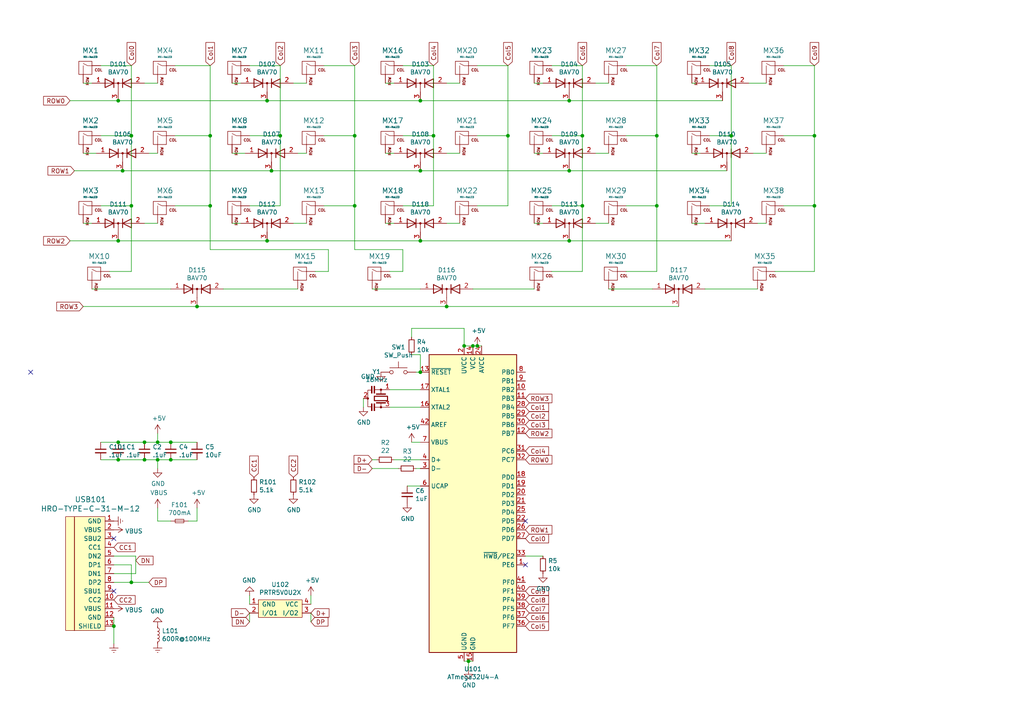
<source format=kicad_sch>
(kicad_sch (version 20230121) (generator eeschema)
  (paper "A4")
  (lib_symbols
    (symbol "Adalyn-rescue:HRO-TYPE-C-31-M-12-keebio" (pin_names (offset 1.016))
      (property "Reference" "USB" (at -5.08 16.51 0))
      (property "Value" "keebio_HRO-TYPE-C-31-M-12" (at -10.16 -1.27 90))
      (symbol "HRO-TYPE-C-31-M-12-keebio_1_1"
        (pin input line (at 2.54 13.97 180) (length 2.54) (name "GND") (number "1"))
        (pin input line (at 2.54 -8.89 180) (length 2.54) (name "CC2") (number "10"))
        (pin input line (at 2.54 -11.43 180) (length 2.54) (name "VBUS") (number "11"))
        (pin input line (at 2.54 -13.97 180) (length 2.54) (name "GND") (number "12"))
        (pin input line (at 2.54 -16.51 180) (length 2.54) (name "SHIELD") (number "13"))
        (pin input line (at 2.54 11.43 180) (length 2.54) (name "VBUS") (number "2"))
        (pin input line (at 2.54 8.89 180) (length 2.54) (name "SBU2") (number "3"))
        (pin input line (at 2.54 6.35 180) (length 2.54) (name "CC1") (number "4"))
        (pin input line (at 2.54 3.81 180) (length 2.54) (name "DN2") (number "5"))
        (pin input line (at 2.54 1.27 180) (length 2.54) (name "DP1") (number "6"))
        (pin input line (at 2.54 -1.27 180) (length 2.54) (name "DN1") (number "7"))
        (pin input line (at 2.54 -3.81 180) (length 2.54) (name "DP2") (number "8"))
        (pin input line (at 2.54 -6.35 180) (length 2.54) (name "SBU1") (number "9"))
      )
    )
    (symbol "Adalyn-rescue:MX-NoLED-MX_Alps_Hybrid" (pin_names (offset 1.016))
      (property "Reference" "MX" (at -0.635 3.81 0))
      (property "Value" "MX_Alps_Hybrid_MX-NoLED" (at -0.635 1.27 0))
      (symbol "MX-NoLED-MX_Alps_Hybrid_0_0"
        (text "COL" (at 3.175 0 0) (effects (font (size 0.762 0.762))))
        (text "ROW" (at 0 -1.905 900) (effects (font (size 0.762 0.762)) (justify right)))
      )
      (symbol "MX-NoLED-MX_Alps_Hybrid_1_1"
        (pin passive line (at 3.81 1.27 180) (length 2.54) (name "COL") (number "1"))
        (pin passive line (at -1.27 -3.81 90) (length 2.54) (name "ROW") (number "2"))
      )
    )
    (symbol "Adalyn-rescue:PRTR5V0U2X-keebio" (pin_names (offset 1.016))
      (property "Reference" "U" (at 0 7.62 0))
      (property "Value" "keebio_PRTR5V0U2X" (at 0 5.08 0))
      (symbol "PRTR5V0U2X-keebio_1_1"
        (pin input line (at -8.89 1.27 0) (length 2.54) (name "GND") (number "1"))
        (pin input line (at -8.89 -1.27 0) (length 2.54) (name "I/O1") (number "2"))
        (pin input line (at 8.89 -1.27 180) (length 2.54) (name "I/O2") (number "3"))
        (pin input line (at 8.89 1.27 180) (length 2.54) (name "VCC") (number "4"))
      )
    )
    (symbol "Device:C_Small" (pin_numbers hide) (pin_names (offset 0.254) hide)
      (property "Reference" "C" (at 0.254 1.778 0))
      (property "Value" "C_Small" (at 0.254 -2.032 0))
      (symbol "C_Small_1_1"
        (pin passive line (at 0 2.54 270) (length 2.032) (name "~") (number "1"))
        (pin passive line (at 0 -2.54 90) (length 2.032) (name "~") (number "2"))
      )
    )
    (symbol "Device:Fuse_Small" (pin_numbers hide) (pin_names (offset 0.254) hide)
      (property "Reference" "F" (at 0 -1.524 0))
      (property "Value" "Fuse_Small" (at 0 1.524 0))
      (symbol "Fuse_Small_1_1"
        (pin passive line (at -2.54 0 0) (length 1.27) (name "~") (number "1"))
        (pin passive line (at 2.54 0 180) (length 1.27) (name "~") (number "2"))
      )
    )
    (symbol "Device:L_Small" (pin_numbers hide) (pin_names (offset 0.254) hide)
      (property "Reference" "L" (at 0.762 1.016 0))
      (property "Value" "L_Small" (at 0.762 -1.016 0))
      (symbol "L_Small_1_1"
        (pin passive line (at 0 2.54 270) (length 0.508) (name "~") (number "1"))
        (pin passive line (at 0 -2.54 90) (length 0.508) (name "~") (number "2"))
      )
    )
    (symbol "Device:R_Small" (pin_numbers hide) (pin_names (offset 0.254) hide)
      (property "Reference" "R" (at 0.762 0.508 0))
      (property "Value" "R_Small" (at 0.762 -1.016 0))
      (symbol "R_Small_1_1"
        (pin passive line (at 0 2.54 270) (length 0.762) (name "~") (number "1"))
        (pin passive line (at 0 -2.54 90) (length 0.762) (name "~") (number "2"))
      )
    )
    (symbol "Device:Resonator_Small" (pin_names (offset 1.016) hide)
      (property "Reference" "Y" (at 3.175 1.905 0))
      (property "Value" "Resonator_Small" (at 3.175 0 0))
      (symbol "Resonator_Small_1_1"
        (pin passive line (at -2.54 2.54 270) (length 1.27) (name "1") (number "1"))
        (pin passive line (at 0 -5.08 90) (length 1.27) (name "2") (number "2"))
        (pin passive line (at 2.54 2.54 270) (length 1.27) (name "3") (number "3"))
      )
    )
    (symbol "Diode:BAV70" (pin_names hide)
      (property "Reference" "D" (at 0.635 -2.54 0))
      (property "Value" "BAV70" (at 0 2.54 0))
      (symbol "BAV70_0_1"
        (pin passive line (at -7.62 0 0) (length 3.81) (name "A") (number "1"))
        (pin passive line (at 7.62 0 180) (length 3.81) (name "A") (number "2"))
        (pin passive line (at 0 -5.08 90) (length 2.54) (name "K") (number "3"))
      )
    )
    (symbol "MCU_Microchip_ATmega:ATmega32U4-A"
      (property "Reference" "U" (at -12.7 44.45 0))
      (property "Value" "ATmega32U4-A" (at 2.54 -44.45 0))
      (symbol "ATmega32U4-A_1_1"
        (pin bidirectional line (at 15.24 -17.78 180) (length 2.54) (name "PE6") (number "1"))
        (pin bidirectional line (at 15.24 33.02 180) (length 2.54) (name "PB2") (number "10"))
        (pin bidirectional line (at 15.24 30.48 180) (length 2.54) (name "PB3") (number "11"))
        (pin bidirectional line (at 15.24 20.32 180) (length 2.54) (name "PB7") (number "12"))
        (pin input line (at -15.24 38.1 0) (length 2.54) (name "~{RESET}") (number "13"))
        (pin power_in line (at 0 45.72 270) (length 2.54) (name "VCC") (number "14"))
        (pin power_in line (at 0 -45.72 90) (length 2.54) (name "GND") (number "15"))
        (pin output line (at -15.24 27.94 0) (length 2.54) (name "XTAL2") (number "16"))
        (pin input line (at -15.24 33.02 0) (length 2.54) (name "XTAL1") (number "17"))
        (pin bidirectional line (at 15.24 7.62 180) (length 2.54) (name "PD0") (number "18"))
        (pin bidirectional line (at 15.24 5.08 180) (length 2.54) (name "PD1") (number "19"))
        (pin power_in line (at -2.54 45.72 270) (length 2.54) (name "UVCC") (number "2"))
        (pin bidirectional line (at 15.24 2.54 180) (length 2.54) (name "PD2") (number "20"))
        (pin bidirectional line (at 15.24 0 180) (length 2.54) (name "PD3") (number "21"))
        (pin bidirectional line (at 15.24 -5.08 180) (length 2.54) (name "PD5") (number "22"))
        (pin passive line (at 0 -45.72 90) (length 2.54) hide (name "GND") (number "23"))
        (pin power_in line (at 2.54 45.72 270) (length 2.54) (name "AVCC") (number "24"))
        (pin bidirectional line (at 15.24 -2.54 180) (length 2.54) (name "PD4") (number "25"))
        (pin bidirectional line (at 15.24 -7.62 180) (length 2.54) (name "PD6") (number "26"))
        (pin bidirectional line (at 15.24 -10.16 180) (length 2.54) (name "PD7") (number "27"))
        (pin bidirectional line (at 15.24 27.94 180) (length 2.54) (name "PB4") (number "28"))
        (pin bidirectional line (at 15.24 25.4 180) (length 2.54) (name "PB5") (number "29"))
        (pin bidirectional line (at -15.24 10.16 0) (length 2.54) (name "D-") (number "3"))
        (pin bidirectional line (at 15.24 22.86 180) (length 2.54) (name "PB6") (number "30"))
        (pin bidirectional line (at 15.24 15.24 180) (length 2.54) (name "PC6") (number "31"))
        (pin bidirectional line (at 15.24 12.7 180) (length 2.54) (name "PC7") (number "32"))
        (pin bidirectional line (at 15.24 -15.24 180) (length 2.54) (name "~{HWB}/PE2") (number "33"))
        (pin passive line (at 0 45.72 270) (length 2.54) hide (name "VCC") (number "34"))
        (pin passive line (at 0 -45.72 90) (length 2.54) hide (name "GND") (number "35"))
        (pin bidirectional line (at 15.24 -35.56 180) (length 2.54) (name "PF7") (number "36"))
        (pin bidirectional line (at 15.24 -33.02 180) (length 2.54) (name "PF6") (number "37"))
        (pin bidirectional line (at 15.24 -30.48 180) (length 2.54) (name "PF5") (number "38"))
        (pin bidirectional line (at 15.24 -27.94 180) (length 2.54) (name "PF4") (number "39"))
        (pin bidirectional line (at -15.24 12.7 0) (length 2.54) (name "D+") (number "4"))
        (pin bidirectional line (at 15.24 -25.4 180) (length 2.54) (name "PF1") (number "40"))
        (pin bidirectional line (at 15.24 -22.86 180) (length 2.54) (name "PF0") (number "41"))
        (pin passive line (at -15.24 22.86 0) (length 2.54) (name "AREF") (number "42"))
        (pin passive line (at 0 -45.72 90) (length 2.54) hide (name "GND") (number "43"))
        (pin passive line (at 2.54 45.72 270) (length 2.54) hide (name "AVCC") (number "44"))
        (pin passive line (at -2.54 -45.72 90) (length 2.54) (name "UGND") (number "5"))
        (pin passive line (at -15.24 5.08 0) (length 2.54) (name "UCAP") (number "6"))
        (pin input line (at -15.24 17.78 0) (length 2.54) (name "VBUS") (number "7"))
        (pin bidirectional line (at 15.24 38.1 180) (length 2.54) (name "PB0") (number "8"))
        (pin bidirectional line (at 15.24 35.56 180) (length 2.54) (name "PB1") (number "9"))
      )
    )
    (symbol "Switch:SW_Push" (pin_numbers hide) (pin_names (offset 1.016) hide)
      (property "Reference" "SW" (at 1.27 2.54 0))
      (property "Value" "SW_Push" (at 0 -1.524 0))
      (symbol "SW_Push_0_1"
        (pin passive line (at -5.08 0 0) (length 2.54) (name "1") (number "1"))
        (pin passive line (at 5.08 0 180) (length 2.54) (name "2") (number "2"))
      )
    )
    (symbol "power:+5V" (power) (pin_names (offset 0))
      (property "Value" "+5V" (at 0 3.556 0))
      (symbol "+5V_1_1"
        (pin power_in line (at 0 0 90) (length 0) hide (name "+5V") (number "1"))
      )
    )
    (symbol "power:Earth" (power) (pin_names (offset 0))
      (symbol "Earth_1_1"
        (pin power_in line (at 0 0 270) (length 0) hide (name "Earth") (number "1"))
      )
    )
    (symbol "power:GND" (power) (pin_names (offset 0))
      (property "Value" "GND" (at 0 -3.81 0))
      (symbol "GND_1_1"
        (pin power_in line (at 0 0 270) (length 0) hide (name "GND") (number "1"))
      )
    )
    (symbol "power:VBUS" (power) (pin_names (offset 0))
      (property "Value" "VBUS" (at 0 3.81 0))
      (symbol "VBUS_1_1"
        (pin power_in line (at 0 0 90) (length 0) hide (name "VBUS") (number "1"))
      )
    )
  )
  (junction (at 60.96 59.69))
  (junction (at 102.87 59.69))
  (junction (at 125.73 39.37))
  (junction (at 34.29 128.27))
  (junction (at 77.47 69.85))
  (junction (at 77.47 29.21))
  (junction (at 138.43 100.33))
  (junction (at 35.56 49.53))
  (junction (at 34.29 69.85))
  (junction (at 57.15 88.9))
  (junction (at 190.5 59.69))
  (junction (at 38.1 39.37))
  (junction (at 45.72 128.27))
  (junction (at 38.1 59.69))
  (junction (at 45.72 133.35))
  (junction (at 134.62 100.33))
  (junction (at 81.28 39.37))
  (junction (at 129.54 88.9))
  (junction (at 78.74 49.53))
  (junction (at 236.22 59.69))
  (junction (at 121.92 49.53))
  (junction (at 165.1 49.53))
  (junction (at 41.91 128.27))
  (junction (at 34.29 133.35))
  (junction (at 121.92 69.85))
  (junction (at 38.1 168.91))
  (junction (at 135.89 191.77))
  (junction (at 33.02 181.61))
  (junction (at 137.16 100.33))
  (junction (at 60.96 39.37))
  (junction (at 212.09 39.37))
  (junction (at 168.91 39.37))
  (junction (at 121.92 29.21))
  (junction (at 236.22 39.37))
  (junction (at 165.1 69.85))
  (junction (at 102.87 39.37))
  (junction (at 121.92 107.95))
  (junction (at 49.53 133.35))
  (junction (at 168.91 59.69))
  (junction (at 49.53 128.27))
  (junction (at 190.5 39.37))
  (junction (at 41.91 133.35))
  (junction (at 165.1 29.21))
  (junction (at 147.32 39.37))
  (junction (at 34.29 29.21))
  (no_connect (at -24.13 93.98))
  (no_connect (at 152.4 151.13))
  (no_connect (at 33.02 171.45))
  (no_connect (at 152.4 163.83))
  (no_connect (at 33.02 156.21))
  (no_connect (at 8.89 107.95))
  (wire (pts (xy 38.1 19.05) (xy 38.1 39.37)))
  (wire (pts (xy 114.3 24.13) (xy 111.76 24.13)))
  (wire (pts (xy 121.92 107.95) (xy 120.65 107.95)))
  (wire (pts (xy 20.32 29.21) (xy 34.29 29.21)))
  (wire (pts (xy 190.5 39.37) (xy 190.5 59.69)))
  (wire (pts (xy 236.22 19.05) (xy 236.22 39.37)))
  (wire (pts (xy 172.72 44.45) (xy 176.53 44.45)))
  (wire (pts (xy 176.53 83.82) (xy 189.23 83.82)))
  (wire (pts (xy 129.54 24.13) (xy 133.35 24.13)))
  (wire (pts (xy 118.11 140.97) (xy 121.92 140.97)))
  (wire (pts (xy 45.72 151.13) (xy 49.53 151.13)))
  (wire (pts (xy 212.09 39.37) (xy 212.09 19.05)))
  (wire (pts (xy 227.33 59.69) (xy 236.22 59.69)))
  (wire (pts (xy 50.8 19.05) (xy 60.96 19.05)))
  (wire (pts (xy 135.89 191.77) (xy 137.16 191.77)))
  (wire (pts (xy 107.95 133.35) (xy 109.22 133.35)))
  (wire (pts (xy 227.33 39.37) (xy 236.22 39.37)))
  (wire (pts (xy 29.21 39.37) (xy 38.1 39.37)))
  (wire (pts (xy 204.47 64.77) (xy 200.66 64.77)))
  (wire (pts (xy 134.62 95.25) (xy 134.62 100.33)))
  (wire (pts (xy 38.1 163.83) (xy 38.1 168.91)))
  (wire (pts (xy 90.17 180.34) (xy 90.17 177.8)))
  (wire (pts (xy 205.74 59.69) (xy 212.09 59.69)))
  (wire (pts (xy 41.91 64.77) (xy 45.72 64.77)))
  (wire (pts (xy 111.76 64.77) (xy 114.3 64.77)))
  (wire (pts (xy 26.67 83.82) (xy 49.53 83.82)))
  (wire (pts (xy 134.62 191.77) (xy 135.89 191.77)))
  (wire (pts (xy 125.73 39.37) (xy 125.73 59.69)))
  (wire (pts (xy 81.28 39.37) (xy 81.28 59.69)))
  (wire (pts (xy 168.91 59.69) (xy 168.91 78.74)))
  (wire (pts (xy 181.61 59.69) (xy 190.5 59.69)))
  (wire (pts (xy 105.41 118.11) (xy 105.41 115.57)))
  (wire (pts (xy 121.92 69.85) (xy 165.1 69.85)))
  (wire (pts (xy 190.5 59.69) (xy 190.5 78.74)))
  (wire (pts (xy 134.62 100.33) (xy 137.16 100.33)))
  (wire (pts (xy 168.91 19.05) (xy 168.91 39.37)))
  (wire (pts (xy 114.3 133.35) (xy 121.92 133.35)))
  (wire (pts (xy 41.91 133.35) (xy 34.29 133.35)))
  (wire (pts (xy 33.02 181.61) (xy 33.02 186.69)))
  (wire (pts (xy 93.98 59.69) (xy 102.87 59.69)))
  (wire (pts (xy 165.1 29.21) (xy 209.55 29.21)))
  (wire (pts (xy 138.43 59.69) (xy 147.32 59.69)))
  (wire (pts (xy 60.96 59.69) (xy 60.96 72.39)))
  (wire (pts (xy 205.74 39.37) (xy 212.09 39.37)))
  (wire (pts (xy 129.54 88.9) (xy 196.85 88.9)))
  (wire (pts (xy 168.91 39.37) (xy 168.91 59.69)))
  (wire (pts (xy 45.72 24.13) (xy 41.91 24.13)))
  (wire (pts (xy 227.33 19.05) (xy 236.22 19.05)))
  (wire (pts (xy 95.25 72.39) (xy 95.25 78.74)))
  (wire (pts (xy 29.21 59.69) (xy 38.1 59.69)))
  (wire (pts (xy 20.32 69.85) (xy 34.29 69.85)))
  (wire (pts (xy 72.39 19.05) (xy 81.28 19.05)))
  (wire (pts (xy 102.87 72.39) (xy 102.87 59.69)))
  (wire (pts (xy 111.76 44.45) (xy 114.3 44.45)))
  (wire (pts (xy 29.21 128.27) (xy 34.29 128.27)))
  (wire (pts (xy 160.02 59.69) (xy 168.91 59.69)))
  (wire (pts (xy 190.5 19.05) (xy 190.5 39.37)))
  (wire (pts (xy 72.39 180.34) (xy 72.39 177.8)))
  (wire (pts (xy 113.03 78.74) (xy 116.84 78.74)))
  (wire (pts (xy 201.93 24.13) (xy 200.66 24.13)))
  (wire (pts (xy 77.47 69.85) (xy 121.92 69.85)))
  (wire (pts (xy 93.98 39.37) (xy 102.87 39.37)))
  (wire (pts (xy 217.17 24.13) (xy 222.25 24.13)))
  (wire (pts (xy 160.02 19.05) (xy 168.91 19.05)))
  (wire (pts (xy 34.29 128.27) (xy 41.91 128.27)))
  (wire (pts (xy 121.92 49.53) (xy 165.1 49.53)))
  (wire (pts (xy 45.72 128.27) (xy 49.53 128.27)))
  (wire (pts (xy 236.22 59.69) (xy 236.22 78.74)))
  (wire (pts (xy 39.37 161.29) (xy 39.37 166.37)))
  (wire (pts (xy 85.09 64.77) (xy 88.9 64.77)))
  (wire (pts (xy 29.21 19.05) (xy 38.1 19.05)))
  (wire (pts (xy 69.85 24.13) (xy 67.31 24.13)))
  (wire (pts (xy 34.29 69.85) (xy 77.47 69.85)))
  (wire (pts (xy 135.89 191.77) (xy 135.89 194.31)))
  (wire (pts (xy 119.38 128.27) (xy 121.92 128.27)))
  (wire (pts (xy 39.37 161.29) (xy 33.02 161.29)))
  (wire (pts (xy 212.09 59.69) (xy 212.09 39.37)))
  (wire (pts (xy 38.1 59.69) (xy 38.1 78.74)))
  (wire (pts (xy 60.96 39.37) (xy 60.96 59.69)))
  (wire (pts (xy 121.92 113.03) (xy 113.03 113.03)))
  (wire (pts (xy 160.02 39.37) (xy 168.91 39.37)))
  (wire (pts (xy 43.18 168.91) (xy 38.1 168.91)))
  (wire (pts (xy 72.39 39.37) (xy 81.28 39.37)))
  (wire (pts (xy 90.17 172.72) (xy 90.17 175.26)))
  (wire (pts (xy 33.02 163.83) (xy 38.1 163.83)))
  (wire (pts (xy 107.95 83.82) (xy 121.92 83.82)))
  (wire (pts (xy 38.1 39.37) (xy 38.1 59.69)))
  (wire (pts (xy 49.53 133.35) (xy 45.72 133.35)))
  (wire (pts (xy 33.02 179.07) (xy 33.02 181.61)))
  (wire (pts (xy 121.92 107.95) (xy 121.92 102.87)))
  (wire (pts (xy 138.43 100.33) (xy 137.16 100.33)))
  (wire (pts (xy 116.84 78.74) (xy 116.84 72.39)))
  (wire (pts (xy 57.15 88.9) (xy 129.54 88.9)))
  (wire (pts (xy 224.79 78.74) (xy 236.22 78.74)))
  (wire (pts (xy 77.47 29.21) (xy 121.92 29.21)))
  (wire (pts (xy 181.61 78.74) (xy 190.5 78.74)))
  (wire (pts (xy 26.67 24.13) (xy 24.13 24.13)))
  (wire (pts (xy 102.87 39.37) (xy 102.87 59.69)))
  (wire (pts (xy 116.84 59.69) (xy 125.73 59.69)))
  (wire (pts (xy 119.38 97.79) (xy 119.38 95.25)))
  (wire (pts (xy 107.95 135.89) (xy 115.57 135.89)))
  (wire (pts (xy 203.2 44.45) (xy 200.66 44.45)))
  (wire (pts (xy 78.74 49.53) (xy 121.92 49.53)))
  (wire (pts (xy 60.96 72.39) (xy 95.25 72.39)))
  (wire (pts (xy 31.75 78.74) (xy 38.1 78.74)))
  (wire (pts (xy 139.7 100.33) (xy 138.43 100.33)))
  (wire (pts (xy 181.61 19.05) (xy 190.5 19.05)))
  (wire (pts (xy 49.53 128.27) (xy 57.15 128.27)))
  (wire (pts (xy 71.12 44.45) (xy 67.31 44.45)))
  (wire (pts (xy 157.48 64.77) (xy 154.94 64.77)))
  (wire (pts (xy 88.9 24.13) (xy 85.09 24.13)))
  (wire (pts (xy 172.72 64.77) (xy 176.53 64.77)))
  (wire (pts (xy 133.35 44.45) (xy 129.54 44.45)))
  (wire (pts (xy 116.84 19.05) (xy 125.73 19.05)))
  (wire (pts (xy 45.72 133.35) (xy 41.91 133.35)))
  (wire (pts (xy 21.59 49.53) (xy 35.56 49.53)))
  (wire (pts (xy 24.13 88.9) (xy 57.15 88.9)))
  (wire (pts (xy 91.44 78.74) (xy 95.25 78.74)))
  (wire (pts (xy 218.44 44.45) (xy 222.25 44.45)))
  (wire (pts (xy 125.73 19.05) (xy 125.73 39.37)))
  (wire (pts (xy 57.15 147.32) (xy 57.15 151.13)))
  (wire (pts (xy 157.48 44.45) (xy 154.94 44.45)))
  (wire (pts (xy 138.43 19.05) (xy 147.32 19.05)))
  (wire (pts (xy 34.29 133.35) (xy 29.21 133.35)))
  (wire (pts (xy 72.39 172.72) (xy 72.39 175.26)))
  (wire (pts (xy 165.1 69.85) (xy 212.09 69.85)))
  (wire (pts (xy 67.31 64.77) (xy 69.85 64.77)))
  (wire (pts (xy 45.72 128.27) (xy 45.72 125.73)))
  (wire (pts (xy 113.03 118.11) (xy 121.92 118.11)))
  (wire (pts (xy 57.15 151.13) (xy 54.61 151.13)))
  (wire (pts (xy 181.61 39.37) (xy 190.5 39.37)))
  (wire (pts (xy 205.74 19.05) (xy 212.09 19.05)))
  (wire (pts (xy 172.72 24.13) (xy 176.53 24.13)))
  (wire (pts (xy 45.72 147.32) (xy 45.72 151.13)))
  (wire (pts (xy 147.32 19.05) (xy 147.32 39.37)))
  (wire (pts (xy 152.4 161.29) (xy 157.48 161.29)))
  (wire (pts (xy 121.92 135.89) (xy 120.65 135.89)))
  (wire (pts (xy 157.48 24.13) (xy 154.94 24.13)))
  (wire (pts (xy 219.71 64.77) (xy 222.25 64.77)))
  (wire (pts (xy 26.67 64.77) (xy 24.13 64.77)))
  (wire (pts (xy 138.43 39.37) (xy 147.32 39.37)))
  (wire (pts (xy 236.22 39.37) (xy 236.22 59.69)))
  (wire (pts (xy 45.72 135.89) (xy 45.72 133.35)))
  (wire (pts (xy 93.98 19.05) (xy 102.87 19.05)))
  (wire (pts (xy 50.8 59.69) (xy 60.96 59.69)))
  (wire (pts (xy 38.1 168.91) (xy 33.02 168.91)))
  (wire (pts (xy 35.56 49.53) (xy 78.74 49.53)))
  (wire (pts (xy 121.92 102.87) (xy 119.38 102.87)))
  (wire (pts (xy 60.96 19.05) (xy 60.96 39.37)))
  (wire (pts (xy 116.84 72.39) (xy 102.87 72.39)))
  (wire (pts (xy 165.1 49.53) (xy 210.82 49.53)))
  (wire (pts (xy 119.38 95.25) (xy 134.62 95.25)))
  (wire (pts (xy 24.13 44.45) (xy 27.94 44.45)))
  (wire (pts (xy 72.39 59.69) (xy 81.28 59.69)))
  (wire (pts (xy 116.84 39.37) (xy 125.73 39.37)))
  (wire (pts (xy 86.36 44.45) (xy 88.9 44.45)))
  (wire (pts (xy 43.18 44.45) (xy 45.72 44.45)))
  (wire (pts (xy 64.77 83.82) (xy 86.36 83.82)))
  (wire (pts (xy 50.8 39.37) (xy 60.96 39.37)))
  (wire (pts (xy 129.54 64.77) (xy 133.35 64.77)))
  (wire (pts (xy 34.29 29.21) (xy 77.47 29.21)))
  (wire (pts (xy 204.47 83.82) (xy 219.71 83.82)))
  (wire (pts (xy 102.87 19.05) (xy 102.87 39.37)))
  (wire (pts (xy 121.92 29.21) (xy 165.1 29.21)))
  (wire (pts (xy 137.16 83.82) (xy 154.94 83.82)))
  (wire (pts (xy 33.02 166.37) (xy 39.37 166.37)))
  (wire (pts (xy 160.02 78.74) (xy 168.91 78.74)))
  (wire (pts (xy 81.28 19.05) (xy 81.28 39.37)))
  (wire (pts (xy 147.32 39.37) (xy 147.32 59.69)))
  (wire (pts (xy 57.15 133.35) (xy 49.53 133.35)))
  (wire (pts (xy 41.91 128.27) (xy 45.72 128.27)))
  (global_label "Col8" (shape input) (at 212.09 19.05 90) (property "Intersheetrefs" "${INTERSHEET_REFS}" (effects hide)))
  (global_label "ROW3" (shape input) (at 152.4 115.57 0) (property "Intersheetrefs" "${INTERSHEET_REFS}" (effects hide)))
  (global_label "Col7" (shape input) (at 190.5 19.05 90) (property "Intersheetrefs" "${INTERSHEET_REFS}" (effects hide)))
  (global_label "Col9" (shape input) (at 152.4 171.45 0) (property "Intersheetrefs" "${INTERSHEET_REFS}" (effects hide)))
  (global_label "DP" (shape input) (at 43.18 168.91 0) (property "Intersheetrefs" "${INTERSHEET_REFS}" (effects hide)))
  (global_label "Col3" (shape input) (at 152.4 123.19 0) (property "Intersheetrefs" "${INTERSHEET_REFS}" (effects hide)))
  (global_label "Col0" (shape input) (at 38.1 19.05 90) (property "Intersheetrefs" "${INTERSHEET_REFS}" (effects hide)))
  (global_label "Col2" (shape input) (at 152.4 120.65 0) (property "Intersheetrefs" "${INTERSHEET_REFS}" (effects hide)))
  (global_label "ROW3" (shape input) (at 24.13 88.9 180) (property "Intersheetrefs" "${INTERSHEET_REFS}" (effects hide)))
  (global_label "DP" (shape input) (at 90.17 180.34 0) (property "Intersheetrefs" "${INTERSHEET_REFS}" (effects hide)))
  (global_label "ROW1" (shape input) (at 152.4 153.67 0) (property "Intersheetrefs" "${INTERSHEET_REFS}" (effects hide)))
  (global_label "CC2" (shape input) (at 85.09 138.43 90) (property "Intersheetrefs" "${INTERSHEET_REFS}" (effects hide)))
  (global_label "CC1" (shape input) (at 73.66 138.43 90) (property "Intersheetrefs" "${INTERSHEET_REFS}" (effects hide)))
  (global_label "Col7" (shape input) (at 152.4 176.53 0) (property "Intersheetrefs" "${INTERSHEET_REFS}" (effects hide)))
  (global_label "D+" (shape input) (at 107.95 133.35 180) (property "Intersheetrefs" "${INTERSHEET_REFS}" (effects hide)))
  (global_label "CC2" (shape input) (at 33.02 173.99 0) (property "Intersheetrefs" "${INTERSHEET_REFS}" (effects hide)))
  (global_label "Col4" (shape input) (at 152.4 130.81 0) (property "Intersheetrefs" "${INTERSHEET_REFS}" (effects hide)))
  (global_label "ROW2" (shape input) (at 152.4 125.73 0) (property "Intersheetrefs" "${INTERSHEET_REFS}" (effects hide)))
  (global_label "D-" (shape input) (at 107.95 135.89 180) (property "Intersheetrefs" "${INTERSHEET_REFS}" (effects hide)))
  (global_label "D+" (shape input) (at 90.17 177.8 0) (property "Intersheetrefs" "${INTERSHEET_REFS}" (effects hide)))
  (global_label "Col5" (shape input) (at 152.4 181.61 0) (property "Intersheetrefs" "${INTERSHEET_REFS}" (effects hide)))
  (global_label "Col1" (shape input) (at 60.96 19.05 90) (property "Intersheetrefs" "${INTERSHEET_REFS}" (effects hide)))
  (global_label "DN" (shape input) (at 72.39 180.34 180) (property "Intersheetrefs" "${INTERSHEET_REFS}" (effects hide)))
  (global_label "Col3" (shape input) (at 102.87 19.05 90) (property "Intersheetrefs" "${INTERSHEET_REFS}" (effects hide)))
  (global_label "ROW1" (shape input) (at 21.59 49.53 180) (property "Intersheetrefs" "${INTERSHEET_REFS}" (effects hide)))
  (global_label "ROW0" (shape input) (at 20.32 29.21 180) (property "Intersheetrefs" "${INTERSHEET_REFS}" (effects hide)))
  (global_label "Col2" (shape input) (at 81.28 19.05 90) (property "Intersheetrefs" "${INTERSHEET_REFS}" (effects hide)))
  (global_label "Col4" (shape input) (at 125.73 19.05 90) (property "Intersheetrefs" "${INTERSHEET_REFS}" (effects hide)))
  (global_label "DN" (shape input) (at 39.37 162.56 0) (property "Intersheetrefs" "${INTERSHEET_REFS}" (effects hide)))
  (global_label "Col6" (shape input) (at 152.4 179.07 0) (property "Intersheetrefs" "${INTERSHEET_REFS}" (effects hide)))
  (global_label "ROW2" (shape input) (at 20.32 69.85 180) (property "Intersheetrefs" "${INTERSHEET_REFS}" (effects hide)))
  (global_label "CC1" (shape input) (at 33.02 158.75 0) (property "Intersheetrefs" "${INTERSHEET_REFS}" (effects hide)))
  (global_label "Col9" (shape input) (at 236.22 19.05 90) (property "Intersheetrefs" "${INTERSHEET_REFS}" (effects hide)))
  (global_label "Col8" (shape input) (at 152.4 173.99 0) (property "Intersheetrefs" "${INTERSHEET_REFS}" (effects hide)))
  (global_label "ROW0" (shape input) (at 152.4 133.35 0) (property "Intersheetrefs" "${INTERSHEET_REFS}" (effects hide)))
  (global_label "D-" (shape input) (at 72.39 177.8 180) (property "Intersheetrefs" "${INTERSHEET_REFS}" (effects hide)))
  (global_label "Col0" (shape input) (at 152.4 156.21 0) (property "Intersheetrefs" "${INTERSHEET_REFS}" (effects hide)))
  (global_label "Col1" (shape input) (at 152.4 118.11 0) (property "Intersheetrefs" "${INTERSHEET_REFS}" (effects hide)))
  (global_label "Col5" (shape input) (at 147.32 19.05 90) (property "Intersheetrefs" "${INTERSHEET_REFS}" (effects hide)))
  (global_label "Col6" (shape input) (at 168.91 19.05 90) (property "Intersheetrefs" "${INTERSHEET_REFS}" (effects hide)))
  (symbol (lib_id "Adalyn-rescue:MX-NoLED-MX_Alps_Hybrid") (at 25.4 20.32 0) (unit 1)
    (property "Reference" "MX1" (at 26.2382 14.6558 0) (effects (font (size 1.524 1.524))))
    (property "Value" "MX-NoLED" (at 26.2382 16.5354 0) (effects (font (size 0.508 0.508))))
    (property "Footprint" "MX_Only:MXOnly-1U-NoLED" (effects hide))
  )
  (symbol (lib_id "Adalyn-rescue:MX-NoLED-MX_Alps_Hybrid") (at 46.99 20.32 0) (unit 1)
    (property "Reference" "MX4" (at 47.8282 14.6558 0) (effects (font (size 1.524 1.524))))
    (property "Value" "MX-NoLED" (at 47.8282 16.5354 0) (effects (font (size 0.508 0.508))))
    (property "Footprint" "MX_Only:MXOnly-1U-NoLED" (effects hide))
  )
  (symbol (lib_id "Adalyn-rescue:MX-NoLED-MX_Alps_Hybrid") (at 68.58 20.32 0) (unit 1)
    (property "Reference" "MX7" (at 69.4182 14.6558 0) (effects (font (size 1.524 1.524))))
    (property "Value" "MX-NoLED" (at 69.4182 16.5354 0) (effects (font (size 0.508 0.508))))
    (property "Footprint" "MX_Only:MXOnly-1U-NoLED" (effects hide))
  )
  (symbol (lib_id "Adalyn-rescue:MX-NoLED-MX_Alps_Hybrid") (at 90.17 20.32 0) (unit 1)
    (property "Reference" "MX11" (at 91.0082 14.6558 0) (effects (font (size 1.524 1.524))))
    (property "Value" "MX-NoLED" (at 91.0082 16.5354 0) (effects (font (size 0.508 0.508))))
    (property "Footprint" "MX_Only:MXOnly-1U-NoLED" (effects hide))
  )
  (symbol (lib_id "Adalyn-rescue:MX-NoLED-MX_Alps_Hybrid") (at 113.03 20.32 0) (unit 1)
    (property "Reference" "MX16" (at 113.8682 14.6558 0) (effects (font (size 1.524 1.524))))
    (property "Value" "MX-NoLED" (at 113.8682 16.5354 0) (effects (font (size 0.508 0.508))))
    (property "Footprint" "MX_Only:MXOnly-1U-NoLED" (effects hide))
  )
  (symbol (lib_id "Adalyn-rescue:MX-NoLED-MX_Alps_Hybrid") (at 134.62 20.32 0) (unit 1)
    (property "Reference" "MX20" (at 135.4582 14.6558 0) (effects (font (size 1.524 1.524))))
    (property "Value" "MX-NoLED" (at 135.4582 16.5354 0) (effects (font (size 0.508 0.508))))
    (property "Footprint" "MX_Only:MXOnly-1U-NoLED" (effects hide))
  )
  (symbol (lib_id "Adalyn-rescue:MX-NoLED-MX_Alps_Hybrid") (at 156.21 20.32 0) (unit 1)
    (property "Reference" "MX23" (at 157.0482 14.6558 0) (effects (font (size 1.524 1.524))))
    (property "Value" "MX-NoLED" (at 157.0482 16.5354 0) (effects (font (size 0.508 0.508))))
    (property "Footprint" "MX_Only:MXOnly-1U-NoLED" (effects hide))
  )
  (symbol (lib_id "Adalyn-rescue:MX-NoLED-MX_Alps_Hybrid") (at 177.8 20.32 0) (unit 1)
    (property "Reference" "MX27" (at 178.6382 14.6558 0) (effects (font (size 1.524 1.524))))
    (property "Value" "MX-NoLED" (at 178.6382 16.5354 0) (effects (font (size 0.508 0.508))))
    (property "Footprint" "MX_Only:MXOnly-1U-NoLED" (effects hide))
  )
  (symbol (lib_id "Adalyn-rescue:MX-NoLED-MX_Alps_Hybrid") (at 201.93 20.32 0) (unit 1)
    (property "Reference" "MX32" (at 202.7682 14.6558 0) (effects (font (size 1.524 1.524))))
    (property "Value" "MX-NoLED" (at 202.7682 16.5354 0) (effects (font (size 0.508 0.508))))
    (property "Footprint" "MX_Only:MXOnly-1U-NoLED" (effects hide))
  )
  (symbol (lib_id "Adalyn-rescue:MX-NoLED-MX_Alps_Hybrid") (at 223.52 20.32 0) (unit 1)
    (property "Reference" "MX36" (at 224.3582 14.6558 0) (effects (font (size 1.524 1.524))))
    (property "Value" "MX-NoLED" (at 224.3582 16.5354 0) (effects (font (size 0.508 0.508))))
    (property "Footprint" "MX_Only:MXOnly-1U-NoLED" (effects hide))
  )
  (symbol (lib_id "Adalyn-rescue:MX-NoLED-MX_Alps_Hybrid") (at 25.4 40.64 0) (unit 1)
    (property "Reference" "MX2" (at 26.2382 34.9758 0) (effects (font (size 1.524 1.524))))
    (property "Value" "MX-NoLED" (at 26.2382 36.8554 0) (effects (font (size 0.508 0.508))))
    (property "Footprint" "MX_Only:MXOnly-1U-NoLED" (effects hide))
  )
  (symbol (lib_id "Adalyn-rescue:MX-NoLED-MX_Alps_Hybrid") (at 46.99 40.64 0) (unit 1)
    (property "Reference" "MX5" (at 47.8282 34.9758 0) (effects (font (size 1.524 1.524))))
    (property "Value" "MX-NoLED" (at 47.8282 36.8554 0) (effects (font (size 0.508 0.508))))
    (property "Footprint" "MX_Only:MXOnly-1U-NoLED" (effects hide))
  )
  (symbol (lib_id "Adalyn-rescue:MX-NoLED-MX_Alps_Hybrid") (at 68.58 40.64 0) (unit 1)
    (property "Reference" "MX8" (at 69.4182 34.9758 0) (effects (font (size 1.524 1.524))))
    (property "Value" "MX-NoLED" (at 69.4182 36.8554 0) (effects (font (size 0.508 0.508))))
    (property "Footprint" "MX_Only:MXOnly-1U-NoLED" (effects hide))
  )
  (symbol (lib_id "Adalyn-rescue:MX-NoLED-MX_Alps_Hybrid") (at 90.17 40.64 0) (unit 1)
    (property "Reference" "MX12" (at 91.0082 34.9758 0) (effects (font (size 1.524 1.524))))
    (property "Value" "MX-NoLED" (at 91.0082 36.8554 0) (effects (font (size 0.508 0.508))))
    (property "Footprint" "MX_Only:MXOnly-1U-NoLED" (effects hide))
  )
  (symbol (lib_id "Adalyn-rescue:MX-NoLED-MX_Alps_Hybrid") (at 113.03 40.64 0) (unit 1)
    (property "Reference" "MX17" (at 113.8682 34.9758 0) (effects (font (size 1.524 1.524))))
    (property "Value" "MX-NoLED" (at 113.8682 36.8554 0) (effects (font (size 0.508 0.508))))
    (property "Footprint" "MX_Only:MXOnly-1U-NoLED" (effects hide))
  )
  (symbol (lib_id "Adalyn-rescue:MX-NoLED-MX_Alps_Hybrid") (at 134.62 40.64 0) (unit 1)
    (property "Reference" "MX21" (at 135.4582 34.9758 0) (effects (font (size 1.524 1.524))))
    (property "Value" "MX-NoLED" (at 135.4582 36.8554 0) (effects (font (size 0.508 0.508))))
    (property "Footprint" "MX_Only:MXOnly-1U-NoLED" (effects hide))
  )
  (symbol (lib_id "Adalyn-rescue:MX-NoLED-MX_Alps_Hybrid") (at 156.21 40.64 0) (unit 1)
    (property "Reference" "MX24" (at 157.0482 34.9758 0) (effects (font (size 1.524 1.524))))
    (property "Value" "MX-NoLED" (at 157.0482 36.8554 0) (effects (font (size 0.508 0.508))))
    (property "Footprint" "MX_Only:MXOnly-1U-NoLED" (effects hide))
  )
  (symbol (lib_id "Adalyn-rescue:MX-NoLED-MX_Alps_Hybrid") (at 177.8 40.64 0) (unit 1)
    (property "Reference" "MX28" (at 178.6382 34.9758 0) (effects (font (size 1.524 1.524))))
    (property "Value" "MX-NoLED" (at 178.6382 36.8554 0) (effects (font (size 0.508 0.508))))
    (property "Footprint" "MX_Only:MXOnly-1U-NoLED" (effects hide))
  )
  (symbol (lib_id "Adalyn-rescue:MX-NoLED-MX_Alps_Hybrid") (at 201.93 40.64 0) (unit 1)
    (property "Reference" "MX33" (at 202.7682 34.9758 0) (effects (font (size 1.524 1.524))))
    (property "Value" "MX-NoLED" (at 202.7682 36.8554 0) (effects (font (size 0.508 0.508))))
    (property "Footprint" "MX_Only:MXOnly-1U-NoLED" (effects hide))
  )
  (symbol (lib_id "Adalyn-rescue:MX-NoLED-MX_Alps_Hybrid") (at 223.52 40.64 0) (unit 1)
    (property "Reference" "MX37" (at 224.3582 34.9758 0) (effects (font (size 1.524 1.524))))
    (property "Value" "MX-NoLED" (at 224.3582 36.8554 0) (effects (font (size 0.508 0.508))))
    (property "Footprint" "MX_Only:MXOnly-1U-NoLED" (effects hide))
  )
  (symbol (lib_id "Adalyn-rescue:MX-NoLED-MX_Alps_Hybrid") (at 25.4 60.96 0) (unit 1)
    (property "Reference" "MX3" (at 26.2382 55.2958 0) (effects (font (size 1.524 1.524))))
    (property "Value" "MX-NoLED" (at 26.2382 57.1754 0) (effects (font (size 0.508 0.508))))
    (property "Footprint" "MX_Only:MXOnly-1U-NoLED" (effects hide))
  )
  (symbol (lib_id "Adalyn-rescue:MX-NoLED-MX_Alps_Hybrid") (at 46.99 60.96 0) (unit 1)
    (property "Reference" "MX6" (at 47.8282 55.2958 0) (effects (font (size 1.524 1.524))))
    (property "Value" "MX-NoLED" (at 47.8282 57.1754 0) (effects (font (size 0.508 0.508))))
    (property "Footprint" "MX_Only:MXOnly-1U-NoLED" (effects hide))
  )
  (symbol (lib_id "Adalyn-rescue:MX-NoLED-MX_Alps_Hybrid") (at 68.58 60.96 0) (unit 1)
    (property "Reference" "MX9" (at 69.4182 55.2958 0) (effects (font (size 1.524 1.524))))
    (property "Value" "MX-NoLED" (at 69.4182 57.1754 0) (effects (font (size 0.508 0.508))))
    (property "Footprint" "MX_Only:MXOnly-1U-NoLED" (effects hide))
  )
  (symbol (lib_id "Adalyn-rescue:MX-NoLED-MX_Alps_Hybrid") (at 90.17 60.96 0) (unit 1)
    (property "Reference" "MX13" (at 91.0082 55.2958 0) (effects (font (size 1.524 1.524))))
    (property "Value" "MX-NoLED" (at 91.0082 57.1754 0) (effects (font (size 0.508 0.508))))
    (property "Footprint" "MX_Only:MXOnly-1U-NoLED" (effects hide))
  )
  (symbol (lib_id "Adalyn-rescue:MX-NoLED-MX_Alps_Hybrid") (at 113.03 60.96 0) (unit 1)
    (property "Reference" "MX18" (at 113.8682 55.2958 0) (effects (font (size 1.524 1.524))))
    (property "Value" "MX-NoLED" (at 113.8682 57.1754 0) (effects (font (size 0.508 0.508))))
    (property "Footprint" "MX_Only:MXOnly-1U-NoLED" (effects hide))
  )
  (symbol (lib_id "Adalyn-rescue:MX-NoLED-MX_Alps_Hybrid") (at 134.62 60.96 0) (unit 1)
    (property "Reference" "MX22" (at 135.4582 55.2958 0) (effects (font (size 1.524 1.524))))
    (property "Value" "MX-NoLED" (at 135.4582 57.1754 0) (effects (font (size 0.508 0.508))))
    (property "Footprint" "MX_Only:MXOnly-1U-NoLED" (effects hide))
  )
  (symbol (lib_id "Adalyn-rescue:MX-NoLED-MX_Alps_Hybrid") (at 156.21 60.96 0) (unit 1)
    (property "Reference" "MX25" (at 157.0482 55.2958 0) (effects (font (size 1.524 1.524))))
    (property "Value" "MX-NoLED" (at 157.0482 57.1754 0) (effects (font (size 0.508 0.508))))
    (property "Footprint" "MX_Only:MXOnly-1U-NoLED" (effects hide))
  )
  (symbol (lib_id "Adalyn-rescue:MX-NoLED-MX_Alps_Hybrid") (at 177.8 60.96 0) (unit 1)
    (property "Reference" "MX29" (at 178.6382 55.2958 0) (effects (font (size 1.524 1.524))))
    (property "Value" "MX-NoLED" (at 178.6382 57.1754 0) (effects (font (size 0.508 0.508))))
    (property "Footprint" "MX_Only:MXOnly-1U-NoLED" (effects hide))
  )
  (symbol (lib_id "Adalyn-rescue:MX-NoLED-MX_Alps_Hybrid") (at 201.93 60.96 0) (unit 1)
    (property "Reference" "MX34" (at 202.7682 55.2958 0) (effects (font (size 1.524 1.524))))
    (property "Value" "MX-NoLED" (at 202.7682 57.1754 0) (effects (font (size 0.508 0.508))))
    (property "Footprint" "MX_Only:MXOnly-1U-NoLED" (effects hide))
  )
  (symbol (lib_id "Adalyn-rescue:MX-NoLED-MX_Alps_Hybrid") (at 223.52 60.96 0) (unit 1)
    (property "Reference" "MX38" (at 224.3582 55.2958 0) (effects (font (size 1.524 1.524))))
    (property "Value" "MX-NoLED" (at 224.3582 57.1754 0) (effects (font (size 0.508 0.508))))
    (property "Footprint" "MX_Only:MXOnly-1U-NoLED" (effects hide))
  )
  (symbol (lib_id "Adalyn-rescue:MX-NoLED-MX_Alps_Hybrid") (at 27.94 80.01 0) (unit 1)
    (property "Reference" "MX10" (at 28.7782 74.3458 0) (effects (font (size 1.524 1.524))))
    (property "Value" "MX-NoLED" (at 28.7782 76.2254 0) (effects (font (size 0.508 0.508))))
    (property "Footprint" "MX_Only:MXOnly-1U-NoLED" (effects hide))
  )
  (symbol (lib_id "Adalyn-rescue:MX-NoLED-MX_Alps_Hybrid") (at 87.63 80.01 0) (unit 1)
    (property "Reference" "MX15" (at 88.4682 74.3458 0) (effects (font (size 1.524 1.524))))
    (property "Value" "MX-NoLED" (at 88.4682 76.2254 0) (effects (font (size 0.508 0.508))))
    (property "Footprint" "MX_Only:MXOnly-1U-NoLED" (effects hide))
  )
  (symbol (lib_id "Adalyn-rescue:MX-NoLED-MX_Alps_Hybrid") (at 109.22 80.01 0) (unit 1)
    (property "Reference" "MX19" (at 110.0582 74.3458 0) (effects (font (size 1.524 1.524))))
    (property "Value" "MX-NoLED" (at 110.0582 76.2254 0) (effects (font (size 0.508 0.508))))
    (property "Footprint" "MX_Only:MXOnly-1U-NoLED" (effects hide))
  )
  (symbol (lib_id "Adalyn-rescue:MX-NoLED-MX_Alps_Hybrid") (at 156.21 80.01 0) (unit 1)
    (property "Reference" "MX26" (at 157.0482 74.3458 0) (effects (font (size 1.524 1.524))))
    (property "Value" "MX-NoLED" (at 157.0482 76.2254 0) (effects (font (size 0.508 0.508))))
    (property "Footprint" "MX_Only:MXOnly-1U-NoLED" (effects hide))
  )
  (symbol (lib_id "Adalyn-rescue:MX-NoLED-MX_Alps_Hybrid") (at 177.8 80.01 0) (unit 1)
    (property "Reference" "MX30" (at 178.6382 74.3458 0) (effects (font (size 1.524 1.524))))
    (property "Value" "MX-NoLED" (at 178.6382 76.2254 0) (effects (font (size 0.508 0.508))))
    (property "Footprint" "MX_Only:MXOnly-1U-NoLED" (effects hide))
  )
  (symbol (lib_id "Adalyn-rescue:MX-NoLED-MX_Alps_Hybrid") (at 220.98 80.01 0) (unit 1)
    (property "Reference" "MX35" (at 221.8182 74.3458 0) (effects (font (size 1.524 1.524))))
    (property "Value" "MX-NoLED" (at 221.8182 76.2254 0) (effects (font (size 0.508 0.508))))
    (property "Footprint" "MX_Only:MXOnly-1U-NoLED" (effects hide))
  )
  (symbol (lib_id "power:+5V") (at 119.38 128.27 0) (unit 1)
    (property "Reference" "#PWR0102" (effects hide))
    (property "Value" "+5V" (at 119.761 123.8758 0))
  )
  (symbol (lib_id "power:GND") (at 135.89 194.31 0) (unit 1)
    (property "Reference" "#PWR013" (effects hide))
    (property "Value" "GND" (at 136.017 198.7042 0))
  )
  (symbol (lib_id "power:GND") (at 105.41 118.11 0) (unit 1)
    (property "Reference" "#PWR09" (effects hide))
    (property "Value" "GND" (at 105.537 122.5042 0))
  )
  (symbol (lib_id "Switch:SW_Push") (at 115.57 107.95 0) (unit 1)
    (property "Reference" "SW1" (at 115.57 100.711 0))
    (property "Value" "SW_Push" (at 115.57 103.0224 0))
    (property "Footprint" "Keebio-Parts:SW_SPST_TL3342" (effects hide))
  )
  (symbol (lib_id "power:GND") (at 110.49 107.95 0) (unit 1)
    (property "Reference" "#PWR010" (effects hide))
    (property "Value" "GND" (at 106.68 109.22 0))
  )
  (symbol (lib_id "power:+5V") (at 138.43 100.33 0) (unit 1)
    (property "Reference" "#PWR012" (effects hide))
    (property "Value" "+5V" (at 138.811 95.9358 0))
  )
  (symbol (lib_id "Device:Resonator_Small") (at 110.49 115.57 270) (unit 1)
    (property "Reference" "Y1" (at 109.22 107.823 90))
    (property "Value" "16MHz" (at 109.22 110.1344 90))
    (property "Footprint" "Crystal:Resonator_SMD_Murata_CSTxExxV-3Pin_3.0x1.1mm_HandSoldering" (effects hide))
  )
  (symbol (lib_id "Device:R_Small") (at 119.38 100.33 0) (unit 1)
    (property "Reference" "R4" (at 120.8786 99.1616 0) (effects (justify left)))
    (property "Value" "10k" (at 120.8786 101.473 0) (effects (justify left)))
    (property "Footprint" "Resistor_SMD:R_0603_1608Metric_Pad0.98x0.95mm_HandSolder" (effects hide))
  )
  (symbol (lib_id "Device:R_Small") (at 157.48 163.83 0) (unit 1)
    (property "Reference" "R5" (at 158.9786 162.6616 0) (effects (justify left)))
    (property "Value" "10k" (at 158.9786 164.973 0) (effects (justify left)))
    (property "Footprint" "Resistor_SMD:R_0603_1608Metric_Pad0.98x0.95mm_HandSolder" (effects hide))
  )
  (symbol (lib_id "power:GND") (at 157.48 166.37 0) (unit 1)
    (property "Reference" "#PWR014" (effects hide))
    (property "Value" "GND" (at 157.607 170.7642 0))
  )
  (symbol (lib_id "Device:R_Small") (at 111.76 133.35 270) (unit 1)
    (property "Reference" "R2" (at 111.76 128.3716 90))
    (property "Value" "22" (at 111.76 130.683 90))
    (property "Footprint" "Resistor_SMD:R_0603_1608Metric_Pad0.98x0.95mm_HandSolder" (effects hide))
  )
  (symbol (lib_id "Device:R_Small") (at 118.11 135.89 270) (unit 1)
    (property "Reference" "R3" (at 118.11 130.9116 90))
    (property "Value" "22" (at 118.11 133.223 90))
    (property "Footprint" "Resistor_SMD:R_0603_1608Metric_Pad0.98x0.95mm_HandSolder" (effects hide))
  )
  (symbol (lib_id "Device:C_Small") (at 118.11 143.51 0) (unit 1)
    (property "Reference" "C6" (at 120.4468 142.3416 0) (effects (justify left)))
    (property "Value" "1uF" (at 120.4468 144.653 0) (effects (justify left)))
    (property "Footprint" "Capacitor_SMD:C_0603_1608Metric_Pad1.08x0.95mm_HandSolder" (effects hide))
  )
  (symbol (lib_id "power:GND") (at 118.11 146.05 0) (unit 1)
    (property "Reference" "#PWR011" (effects hide))
    (property "Value" "GND" (at 118.237 150.4442 0))
  )
  (symbol (lib_id "Device:C_Small") (at 34.29 130.81 0) (unit 1)
    (property "Reference" "C1" (at 36.6268 129.6416 0) (effects (justify left)))
    (property "Value" ".1uF" (at 36.6268 131.953 0) (effects (justify left)))
    (property "Footprint" "Capacitor_SMD:C_0603_1608Metric_Pad1.08x0.95mm_HandSolder" (effects hide))
  )
  (symbol (lib_id "Device:C_Small") (at 41.91 130.81 0) (unit 1)
    (property "Reference" "C2" (at 44.2468 129.6416 0) (effects (justify left)))
    (property "Value" ".1uF" (at 44.2468 131.953 0) (effects (justify left)))
    (property "Footprint" "Capacitor_SMD:C_0603_1608Metric_Pad1.08x0.95mm_HandSolder" (effects hide))
  )
  (symbol (lib_id "Device:C_Small") (at 49.53 130.81 0) (unit 1)
    (property "Reference" "C4" (at 51.8668 129.6416 0) (effects (justify left)))
    (property "Value" ".1uF" (at 51.8668 131.953 0) (effects (justify left)))
    (property "Footprint" "Capacitor_SMD:C_0603_1608Metric_Pad1.08x0.95mm_HandSolder" (effects hide))
  )
  (symbol (lib_id "Device:C_Small") (at 57.15 130.81 0) (unit 1)
    (property "Reference" "C5" (at 59.4868 129.6416 0) (effects (justify left)))
    (property "Value" "10uF" (at 59.4868 131.953 0) (effects (justify left)))
    (property "Footprint" "Capacitor_SMD:C_0603_1608Metric_Pad1.08x0.95mm_HandSolder" (effects hide))
  )
  (symbol (lib_id "power:GND") (at 45.72 135.89 0) (unit 1)
    (property "Reference" "#PWR03" (effects hide))
    (property "Value" "GND" (at 45.847 140.2842 0))
  )
  (symbol (lib_id "power:+5V") (at 45.72 125.73 0) (unit 1)
    (property "Reference" "#PWR02" (effects hide))
    (property "Value" "+5V" (at 46.101 121.3358 0))
  )
  (symbol (lib_id "Device:C_Small") (at 29.21 130.81 0) (unit 1)
    (property "Reference" "C101" (at 31.5468 129.6416 0) (effects (justify left)))
    (property "Value" ".1uF" (at 31.5468 131.953 0) (effects (justify left)))
    (property "Footprint" "Capacitor_SMD:C_0603_1608Metric_Pad1.08x0.95mm_HandSolder" (effects hide))
  )
  (symbol (lib_id "Adalyn-rescue:HRO-TYPE-C-31-M-12-keebio") (at 30.48 165.1 0) (unit 1)
    (property "Reference" "USB101" (at 26.2382 144.8562 0) (effects (font (size 1.524 1.524))))
    (property "Value" "HRO-TYPE-C-31-M-12" (at 26.2382 147.5486 0) (effects (font (size 1.524 1.524))))
    (property "Footprint" "Type-C:HRO-TYPE-C-31-M-12-Assembly" (effects hide))
  )
  (symbol (lib_id "Adalyn-rescue:PRTR5V0U2X-keebio") (at 81.28 176.53 0) (unit 1)
    (property "Reference" "U102" (at 81.28 169.545 0))
    (property "Value" "PRTR5V0U2X" (at 81.28 171.8564 0))
    (property "Footprint" "Package_TO_SOT_SMD:SOT-143" (effects hide))
  )
  (symbol (lib_id "power:+5V") (at 90.17 172.72 0) (unit 1)
    (property "Reference" "#PWR0101" (effects hide))
    (property "Value" "+5V" (at 90.551 168.3258 0))
  )
  (symbol (lib_id "power:GND") (at 72.39 172.72 180) (unit 1)
    (property "Reference" "#PWR0103" (effects hide))
    (property "Value" "GND" (at 72.263 168.3258 0))
  )
  (symbol (lib_id "power:GND") (at 73.66 143.51 0) (unit 1)
    (property "Reference" "#PWR0104" (effects hide))
    (property "Value" "GND" (at 73.787 147.9042 0))
  )
  (symbol (lib_id "power:GND") (at 85.09 143.51 0) (unit 1)
    (property "Reference" "#PWR0105" (effects hide))
    (property "Value" "GND" (at 85.217 147.9042 0))
  )
  (symbol (lib_id "MCU_Microchip_ATmega:ATmega32U4-A") (at 137.16 146.05 0) (unit 1)
    (property "Reference" "U101" (at 137.16 194.0306 0))
    (property "Value" "ATmega32U4-A" (at 137.16 196.342 0))
    (property "Footprint" "Package_QFP:TQFP-44_10x10mm_P0.8mm" (effects hide))
    (property "Datasheet" "http://ww1.microchip.com/downloads/en/DeviceDoc/Atmel-7766-8-bit-AVR-ATmega16U4-32U4_Datasheet.pdf" (effects hide))
  )
  (symbol (lib_id "Device:Fuse_Small") (at 52.07 151.13 0) (unit 1)
    (property "Reference" "F101" (at 52.07 146.431 0))
    (property "Value" "700mA" (at 52.07 148.7424 0))
    (property "Footprint" "Fuse:Fuse_0603_1608Metric" (effects hide))
  )
  (symbol (lib_id "power:Earth") (at 33.02 186.69 0) (unit 1)
    (property "Reference" "#PWR0106" (effects hide))
    (property "Value" "Earth" (effects hide))
  )
  (symbol (lib_id "Device:L_Small") (at 45.72 184.15 0) (unit 1)
    (property "Reference" "L101" (at 46.9392 182.9816 0) (effects (justify left)))
    (property "Value" "600R@100MHz" (at 46.9392 185.293 0) (effects (justify left)))
    (property "Footprint" "Inductor_SMD:L_0603_1608Metric" (effects hide))
  )
  (symbol (lib_id "power:Earth") (at 45.72 186.69 0) (unit 1)
    (property "Reference" "#PWR0107" (effects hide))
    (property "Value" "Earth" (effects hide))
  )
  (symbol (lib_id "power:GND") (at 45.72 181.61 180) (unit 1)
    (property "Reference" "#PWR0108" (effects hide))
    (property "Value" "GND" (at 45.593 177.2158 0))
  )
  (symbol (lib_id "power:+5V") (at 57.15 147.32 0) (unit 1)
    (property "Reference" "#PWR0109" (effects hide))
    (property "Value" "+5V" (at 57.531 142.9258 0))
  )
  (symbol (lib_id "power:VBUS") (at 45.72 147.32 0) (unit 1)
    (property "Reference" "#PWR0110" (effects hide))
    (property "Value" "VBUS" (at 46.101 142.9258 0))
  )
  (symbol (lib_id "power:VBUS") (at 33.02 153.67 270) (unit 1)
    (property "Reference" "#PWR0111" (effects hide))
    (property "Value" "VBUS" (at 36.2712 154.051 90) (effects (justify left)))
  )
  (symbol (lib_id "power:VBUS") (at 33.02 176.53 270) (unit 1)
    (property "Reference" "#PWR0112" (effects hide))
    (property "Value" "VBUS" (at 36.2712 176.911 90) (effects (justify left)))
  )
  (symbol (lib_id "power:Earth") (at 33.02 151.13 90) (unit 1)
    (property "Reference" "#PWR0113" (effects hide))
    (property "Value" "Earth" (effects hide))
  )
  (symbol (lib_id "Device:R_Small") (at 73.66 140.97 180) (unit 1)
    (property "Reference" "R101" (at 75.1586 139.8016 0) (effects (justify right)))
    (property "Value" "5.1k" (at 75.1586 142.113 0) (effects (justify right)))
    (property "Footprint" "Resistor_SMD:R_0603_1608Metric" (effects hide))
  )
  (symbol (lib_id "Device:R_Small") (at 85.09 140.97 0) (unit 1)
    (property "Reference" "R102" (at 86.5886 139.8016 0) (effects (justify left)))
    (property "Value" "5.1k" (at 86.5886 142.113 0) (effects (justify left)))
    (property "Footprint" "Resistor_SMD:R_0603_1608Metric" (effects hide))
  )
  (symbol (lib_id "Diode:BAV70") (at 209.55 24.13 0) (unit 1)
    (property "Reference" "D105" (at 209.55 18.6182 0))
    (property "Value" "BAV70" (at 209.55 20.9296 0))
    (property "Footprint" "Package_TO_SOT_SMD:SOT-23" (effects hide))
    (property "Datasheet" "https://assets.nexperia.com/documents/data-sheet/BAV70_SER.pdf" (effects hide))
  )
  (symbol (lib_id "Diode:BAV70") (at 210.82 44.45 0) (unit 1)
    (property "Reference" "D110" (at 210.82 38.9382 0))
    (property "Value" "BAV70" (at 210.82 41.2496 0))
    (property "Footprint" "Package_TO_SOT_SMD:SOT-23" (effects hide))
    (property "Datasheet" "https://assets.nexperia.com/documents/data-sheet/BAV70_SER.pdf" (effects hide))
  )
  (symbol (lib_id "Diode:BAV70") (at 212.09 64.77 0) (unit 1)
    (property "Reference" "D114" (at 212.09 59.2582 0))
    (property "Value" "BAV70" (at 212.09 61.5696 0))
    (property "Footprint" "Package_TO_SOT_SMD:SOT-23" (effects hide))
    (property "Datasheet" "https://assets.nexperia.com/documents/data-sheet/BAV70_SER.pdf" (effects hide))
  )
  (symbol (lib_id "Diode:BAV70") (at 196.85 83.82 0) (unit 1)
    (property "Reference" "D117" (at 196.85 78.3082 0))
    (property "Value" "BAV70" (at 196.85 80.6196 0))
    (property "Footprint" "Package_TO_SOT_SMD:SOT-23" (effects hide))
    (property "Datasheet" "https://assets.nexperia.com/documents/data-sheet/BAV70_SER.pdf" (effects hide))
  )
  (symbol (lib_id "Diode:BAV70") (at 165.1 64.77 0) (unit 1)
    (property "Reference" "D113" (at 165.1 59.2582 0))
    (property "Value" "BAV70" (at 165.1 61.5696 0))
    (property "Footprint" "Package_TO_SOT_SMD:SOT-23" (effects hide))
    (property "Datasheet" "https://assets.nexperia.com/documents/data-sheet/BAV70_SER.pdf" (effects hide))
  )
  (symbol (lib_id "Diode:BAV70") (at 129.54 83.82 0) (unit 1)
    (property "Reference" "D116" (at 129.54 78.3082 0))
    (property "Value" "BAV70" (at 129.54 80.6196 0))
    (property "Footprint" "Package_TO_SOT_SMD:SOT-23" (effects hide))
    (property "Datasheet" "https://assets.nexperia.com/documents/data-sheet/BAV70_SER.pdf" (effects hide))
  )
  (symbol (lib_id "Diode:BAV70") (at 165.1 24.13 0) (unit 1)
    (property "Reference" "D104" (at 165.1 18.6182 0))
    (property "Value" "BAV70" (at 165.1 20.9296 0))
    (property "Footprint" "Package_TO_SOT_SMD:SOT-23" (effects hide))
    (property "Datasheet" "https://assets.nexperia.com/documents/data-sheet/BAV70_SER.pdf" (effects hide))
  )
  (symbol (lib_id "Diode:BAV70") (at 165.1 44.45 0) (unit 1)
    (property "Reference" "D109" (at 165.1 38.9382 0))
    (property "Value" "BAV70" (at 165.1 41.2496 0))
    (property "Footprint" "Package_TO_SOT_SMD:SOT-23" (effects hide))
    (property "Datasheet" "https://assets.nexperia.com/documents/data-sheet/BAV70_SER.pdf" (effects hide))
  )
  (symbol (lib_id "Diode:BAV70") (at 121.92 44.45 0) (unit 1)
    (property "Reference" "D108" (at 121.92 38.9382 0))
    (property "Value" "BAV70" (at 121.92 41.2496 0))
    (property "Footprint" "Package_TO_SOT_SMD:SOT-23" (effects hide))
    (property "Datasheet" "https://assets.nexperia.com/documents/data-sheet/BAV70_SER.pdf" (effects hide))
  )
  (symbol (lib_id "Diode:BAV70") (at 121.92 24.13 0) (unit 1)
    (property "Reference" "D103" (at 121.92 18.6182 0))
    (property "Value" "BAV70" (at 121.92 20.9296 0))
    (property "Footprint" "Package_TO_SOT_SMD:SOT-23" (effects hide))
    (property "Datasheet" "https://assets.nexperia.com/documents/data-sheet/BAV70_SER.pdf" (effects hide))
  )
  (symbol (lib_id "Diode:BAV70") (at 78.74 44.45 0) (unit 1)
    (property "Reference" "D107" (at 78.74 38.9382 0))
    (property "Value" "BAV70" (at 78.74 41.2496 0))
    (property "Footprint" "Package_TO_SOT_SMD:SOT-23" (effects hide))
    (property "Datasheet" "https://assets.nexperia.com/documents/data-sheet/BAV70_SER.pdf" (effects hide))
  )
  (symbol (lib_id "Diode:BAV70") (at 77.47 24.13 0) (unit 1)
    (property "Reference" "D102" (at 77.47 18.6182 0))
    (property "Value" "BAV70" (at 77.47 20.9296 0))
    (property "Footprint" "Package_TO_SOT_SMD:SOT-23" (effects hide))
    (property "Datasheet" "https://assets.nexperia.com/documents/data-sheet/BAV70_SER.pdf" (effects hide))
  )
  (symbol (lib_id "Diode:BAV70") (at 34.29 24.13 0) (unit 1)
    (property "Reference" "D101" (at 34.29 18.6182 0))
    (property "Value" "BAV70" (at 34.29 20.9296 0))
    (property "Footprint" "Package_TO_SOT_SMD:SOT-23" (effects hide))
    (property "Datasheet" "https://assets.nexperia.com/documents/data-sheet/BAV70_SER.pdf" (effects hide))
  )
  (symbol (lib_id "Diode:BAV70") (at 35.56 44.45 0) (unit 1)
    (property "Reference" "D106" (at 35.56 38.9382 0))
    (property "Value" "BAV70" (at 35.56 41.2496 0))
    (property "Footprint" "Package_TO_SOT_SMD:SOT-23" (effects hide))
    (property "Datasheet" "https://assets.nexperia.com/documents/data-sheet/BAV70_SER.pdf" (effects hide))
  )
  (symbol (lib_id "Diode:BAV70") (at 34.29 64.77 0) (unit 1)
    (property "Reference" "D111" (at 34.29 59.2582 0))
    (property "Value" "BAV70" (at 34.29 61.5696 0))
    (property "Footprint" "Package_TO_SOT_SMD:SOT-23" (effects hide))
    (property "Datasheet" "https://assets.nexperia.com/documents/data-sheet/BAV70_SER.pdf" (effects hide))
  )
  (symbol (lib_id "Diode:BAV70") (at 57.15 83.82 0) (unit 1)
    (property "Reference" "D115" (at 57.15 78.3082 0))
    (property "Value" "BAV70" (at 57.15 80.6196 0))
    (property "Footprint" "Package_TO_SOT_SMD:SOT-23" (effects hide))
    (property "Datasheet" "https://assets.nexperia.com/documents/data-sheet/BAV70_SER.pdf" (effects hide))
  )
  (symbol (lib_id "Diode:BAV70") (at 77.47 64.77 0) (unit 1)
    (property "Reference" "D112" (at 77.47 59.2582 0))
    (property "Value" "BAV70" (at 77.47 61.5696 0))
    (property "Footprint" "Package_TO_SOT_SMD:SOT-23" (effects hide))
    (property "Datasheet" "https://assets.nexperia.com/documents/data-sheet/BAV70_SER.pdf" (effects hide))
  )
  (symbol (lib_id "Diode:BAV70") (at 121.92 64.77 0) (unit 1)
    (property "Reference" "D118" (at 121.92 59.2582 0))
    (property "Value" "BAV70" (at 121.92 61.5696 0))
    (property "Footprint" "Package_TO_SOT_SMD:SOT-23" (effects hide))
    (property "Datasheet" "https://assets.nexperia.com/documents/data-sheet/BAV70_SER.pdf" (effects hide))
  )
)
</source>
